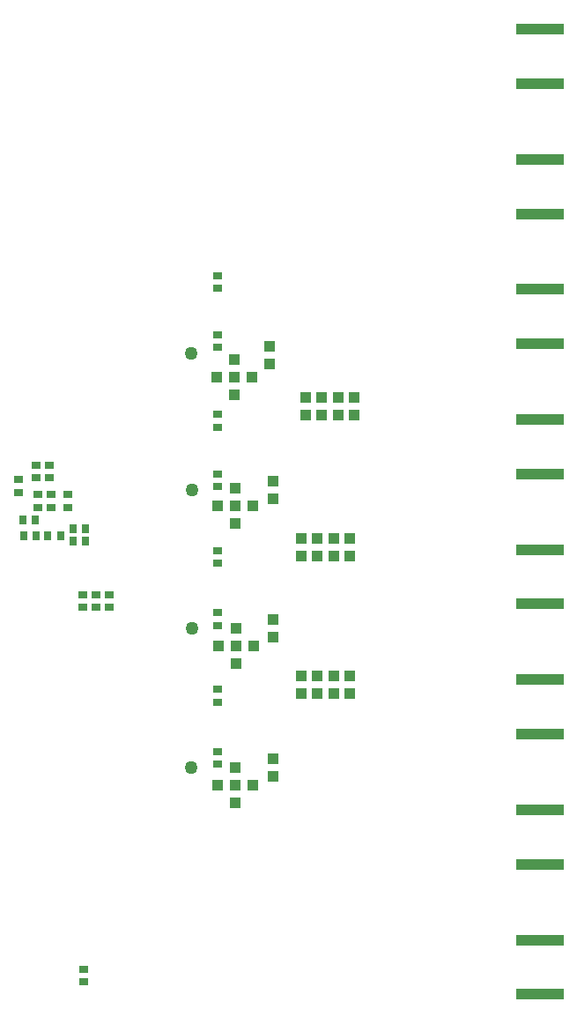
<source format=gbp>
G04*
G04 #@! TF.GenerationSoftware,Altium Limited,Altium Designer,21.2.1 (34)*
G04*
G04 Layer_Color=128*
%FSLAX25Y25*%
%MOIN*%
G70*
G04*
G04 #@! TF.SameCoordinates,0D780EAB-B6EC-48A9-9064-61573679FFEB*
G04*
G04*
G04 #@! TF.FilePolarity,Positive*
G04*
G01*
G75*
%ADD20R,0.03937X0.04331*%
%ADD23R,0.03543X0.03150*%
%ADD25R,0.03150X0.03543*%
%ADD30R,0.04331X0.03937*%
%ADD44R,0.17953X0.03937*%
%ADD119C,0.05000*%
%ADD120R,0.04331X0.04331*%
D20*
X312800Y127954D02*
D03*
Y134646D02*
D03*
X306700Y127954D02*
D03*
Y134646D02*
D03*
X300600Y127954D02*
D03*
Y134646D02*
D03*
X294600Y127954D02*
D03*
Y134646D02*
D03*
X283900Y103446D02*
D03*
Y96754D02*
D03*
X269400Y86807D02*
D03*
Y100193D02*
D03*
X283900Y155993D02*
D03*
Y149300D02*
D03*
X269800Y139307D02*
D03*
Y152693D02*
D03*
X312800Y179941D02*
D03*
Y186634D02*
D03*
X306700Y179941D02*
D03*
Y186634D02*
D03*
X300600Y179941D02*
D03*
Y186634D02*
D03*
X294600Y179941D02*
D03*
Y186634D02*
D03*
X269400Y192307D02*
D03*
Y205693D02*
D03*
X283900Y208546D02*
D03*
Y201853D02*
D03*
X314500Y233284D02*
D03*
Y239977D02*
D03*
X308400Y233284D02*
D03*
Y239977D02*
D03*
X302300Y233284D02*
D03*
Y239977D02*
D03*
X296300Y233284D02*
D03*
Y239977D02*
D03*
X269100Y241207D02*
D03*
Y254593D02*
D03*
X282600Y259546D02*
D03*
Y252853D02*
D03*
D23*
X212200Y19038D02*
D03*
Y23762D02*
D03*
X211900Y165462D02*
D03*
Y160738D02*
D03*
X216800Y165462D02*
D03*
Y160738D02*
D03*
X221700Y165462D02*
D03*
Y160738D02*
D03*
X199300Y209638D02*
D03*
Y214362D02*
D03*
X194200Y209638D02*
D03*
Y214362D02*
D03*
X187500Y204238D02*
D03*
Y208962D02*
D03*
X195000Y198538D02*
D03*
Y203262D02*
D03*
X199900Y198538D02*
D03*
Y203262D02*
D03*
X206200D02*
D03*
Y198538D02*
D03*
X263000Y106024D02*
D03*
Y101300D02*
D03*
Y124876D02*
D03*
Y129600D02*
D03*
Y158624D02*
D03*
Y153900D02*
D03*
Y177476D02*
D03*
Y182200D02*
D03*
Y211162D02*
D03*
Y206438D02*
D03*
Y228876D02*
D03*
Y233600D02*
D03*
Y281438D02*
D03*
Y286162D02*
D03*
Y263762D02*
D03*
Y259038D02*
D03*
D25*
X208138Y185900D02*
D03*
X212862D02*
D03*
X208138Y190400D02*
D03*
X212862D02*
D03*
X189238Y193700D02*
D03*
X193962D02*
D03*
X189476Y187800D02*
D03*
X194200D02*
D03*
X203362D02*
D03*
X198638D02*
D03*
D30*
X276093Y93500D02*
D03*
X262707D02*
D03*
X276493Y146000D02*
D03*
X263107D02*
D03*
X276093Y199000D02*
D03*
X262707D02*
D03*
X275793Y247900D02*
D03*
X262407D02*
D03*
D44*
X384724Y309567D02*
D03*
Y330197D02*
D03*
Y358780D02*
D03*
Y379410D02*
D03*
Y211142D02*
D03*
Y231772D02*
D03*
Y260354D02*
D03*
Y280984D02*
D03*
Y112716D02*
D03*
Y133346D02*
D03*
Y161929D02*
D03*
Y182559D02*
D03*
Y14291D02*
D03*
Y34921D02*
D03*
Y63504D02*
D03*
Y84134D02*
D03*
D119*
X252700Y100000D02*
D03*
X253300Y152800D02*
D03*
Y205200D02*
D03*
X252800Y256800D02*
D03*
D120*
X269400Y93500D02*
D03*
X269800Y146000D02*
D03*
X269400Y199000D02*
D03*
X269100Y247900D02*
D03*
M02*

</source>
